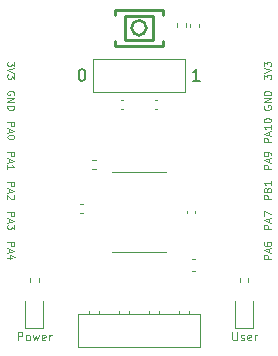
<source format=gbr>
%TF.GenerationSoftware,KiCad,Pcbnew,9.0.5*%
%TF.CreationDate,2025-12-03T12:23:34+01:00*%
%TF.ProjectId,stm32f030f4p6-board,73746d33-3266-4303-9330-663470362d62,rev?*%
%TF.SameCoordinates,Original*%
%TF.FileFunction,Legend,Top*%
%TF.FilePolarity,Positive*%
%FSLAX46Y46*%
G04 Gerber Fmt 4.6, Leading zero omitted, Abs format (unit mm)*
G04 Created by KiCad (PCBNEW 9.0.5) date 2025-12-03 12:23:34*
%MOMM*%
%LPD*%
G01*
G04 APERTURE LIST*
%ADD10C,0.100000*%
%ADD11C,0.150000*%
%ADD12C,0.120000*%
%ADD13C,0.254000*%
G04 APERTURE END LIST*
D10*
X108052371Y-70400000D02*
X107452371Y-70400000D01*
X107452371Y-70400000D02*
X107452371Y-70171429D01*
X107452371Y-70171429D02*
X107480942Y-70114286D01*
X107480942Y-70114286D02*
X107509514Y-70085715D01*
X107509514Y-70085715D02*
X107566657Y-70057143D01*
X107566657Y-70057143D02*
X107652371Y-70057143D01*
X107652371Y-70057143D02*
X107709514Y-70085715D01*
X107709514Y-70085715D02*
X107738085Y-70114286D01*
X107738085Y-70114286D02*
X107766657Y-70171429D01*
X107766657Y-70171429D02*
X107766657Y-70400000D01*
X107880942Y-69828572D02*
X107880942Y-69542858D01*
X108052371Y-69885715D02*
X107452371Y-69685715D01*
X107452371Y-69685715D02*
X108052371Y-69485715D01*
X107452371Y-69342857D02*
X107452371Y-68942857D01*
X107452371Y-68942857D02*
X108052371Y-69200000D01*
X85727628Y-63920000D02*
X86327628Y-63920000D01*
X86327628Y-63920000D02*
X86327628Y-64148571D01*
X86327628Y-64148571D02*
X86299057Y-64205714D01*
X86299057Y-64205714D02*
X86270485Y-64234285D01*
X86270485Y-64234285D02*
X86213342Y-64262857D01*
X86213342Y-64262857D02*
X86127628Y-64262857D01*
X86127628Y-64262857D02*
X86070485Y-64234285D01*
X86070485Y-64234285D02*
X86041914Y-64205714D01*
X86041914Y-64205714D02*
X86013342Y-64148571D01*
X86013342Y-64148571D02*
X86013342Y-63920000D01*
X85899057Y-64491428D02*
X85899057Y-64777143D01*
X85727628Y-64434285D02*
X86327628Y-64634285D01*
X86327628Y-64634285D02*
X85727628Y-64834285D01*
X85727628Y-65348571D02*
X85727628Y-65005714D01*
X85727628Y-65177143D02*
X86327628Y-65177143D01*
X86327628Y-65177143D02*
X86241914Y-65120000D01*
X86241914Y-65120000D02*
X86184771Y-65062857D01*
X86184771Y-65062857D02*
X86156200Y-65005714D01*
X85727628Y-61380000D02*
X86327628Y-61380000D01*
X86327628Y-61380000D02*
X86327628Y-61608571D01*
X86327628Y-61608571D02*
X86299057Y-61665714D01*
X86299057Y-61665714D02*
X86270485Y-61694285D01*
X86270485Y-61694285D02*
X86213342Y-61722857D01*
X86213342Y-61722857D02*
X86127628Y-61722857D01*
X86127628Y-61722857D02*
X86070485Y-61694285D01*
X86070485Y-61694285D02*
X86041914Y-61665714D01*
X86041914Y-61665714D02*
X86013342Y-61608571D01*
X86013342Y-61608571D02*
X86013342Y-61380000D01*
X85899057Y-61951428D02*
X85899057Y-62237143D01*
X85727628Y-61894285D02*
X86327628Y-62094285D01*
X86327628Y-62094285D02*
X85727628Y-62294285D01*
X86327628Y-62608571D02*
X86327628Y-62665714D01*
X86327628Y-62665714D02*
X86299057Y-62722857D01*
X86299057Y-62722857D02*
X86270485Y-62751429D01*
X86270485Y-62751429D02*
X86213342Y-62780000D01*
X86213342Y-62780000D02*
X86099057Y-62808571D01*
X86099057Y-62808571D02*
X85956200Y-62808571D01*
X85956200Y-62808571D02*
X85841914Y-62780000D01*
X85841914Y-62780000D02*
X85784771Y-62751429D01*
X85784771Y-62751429D02*
X85756200Y-62722857D01*
X85756200Y-62722857D02*
X85727628Y-62665714D01*
X85727628Y-62665714D02*
X85727628Y-62608571D01*
X85727628Y-62608571D02*
X85756200Y-62551429D01*
X85756200Y-62551429D02*
X85784771Y-62522857D01*
X85784771Y-62522857D02*
X85841914Y-62494286D01*
X85841914Y-62494286D02*
X85956200Y-62465714D01*
X85956200Y-62465714D02*
X86099057Y-62465714D01*
X86099057Y-62465714D02*
X86213342Y-62494286D01*
X86213342Y-62494286D02*
X86270485Y-62522857D01*
X86270485Y-62522857D02*
X86299057Y-62551429D01*
X86299057Y-62551429D02*
X86327628Y-62608571D01*
X108052371Y-72940000D02*
X107452371Y-72940000D01*
X107452371Y-72940000D02*
X107452371Y-72711429D01*
X107452371Y-72711429D02*
X107480942Y-72654286D01*
X107480942Y-72654286D02*
X107509514Y-72625715D01*
X107509514Y-72625715D02*
X107566657Y-72597143D01*
X107566657Y-72597143D02*
X107652371Y-72597143D01*
X107652371Y-72597143D02*
X107709514Y-72625715D01*
X107709514Y-72625715D02*
X107738085Y-72654286D01*
X107738085Y-72654286D02*
X107766657Y-72711429D01*
X107766657Y-72711429D02*
X107766657Y-72940000D01*
X107880942Y-72368572D02*
X107880942Y-72082858D01*
X108052371Y-72425715D02*
X107452371Y-72225715D01*
X107452371Y-72225715D02*
X108052371Y-72025715D01*
X107452371Y-71568572D02*
X107452371Y-71682857D01*
X107452371Y-71682857D02*
X107480942Y-71740000D01*
X107480942Y-71740000D02*
X107509514Y-71768572D01*
X107509514Y-71768572D02*
X107595228Y-71825714D01*
X107595228Y-71825714D02*
X107709514Y-71854286D01*
X107709514Y-71854286D02*
X107938085Y-71854286D01*
X107938085Y-71854286D02*
X107995228Y-71825714D01*
X107995228Y-71825714D02*
X108023800Y-71797143D01*
X108023800Y-71797143D02*
X108052371Y-71740000D01*
X108052371Y-71740000D02*
X108052371Y-71625714D01*
X108052371Y-71625714D02*
X108023800Y-71568572D01*
X108023800Y-71568572D02*
X107995228Y-71540000D01*
X107995228Y-71540000D02*
X107938085Y-71511429D01*
X107938085Y-71511429D02*
X107795228Y-71511429D01*
X107795228Y-71511429D02*
X107738085Y-71540000D01*
X107738085Y-71540000D02*
X107709514Y-71568572D01*
X107709514Y-71568572D02*
X107680942Y-71625714D01*
X107680942Y-71625714D02*
X107680942Y-71740000D01*
X107680942Y-71740000D02*
X107709514Y-71797143D01*
X107709514Y-71797143D02*
X107738085Y-71825714D01*
X107738085Y-71825714D02*
X107795228Y-71854286D01*
D11*
X92002381Y-56883819D02*
X92097619Y-56883819D01*
X92097619Y-56883819D02*
X92192857Y-56931438D01*
X92192857Y-56931438D02*
X92240476Y-56979057D01*
X92240476Y-56979057D02*
X92288095Y-57074295D01*
X92288095Y-57074295D02*
X92335714Y-57264771D01*
X92335714Y-57264771D02*
X92335714Y-57502866D01*
X92335714Y-57502866D02*
X92288095Y-57693342D01*
X92288095Y-57693342D02*
X92240476Y-57788580D01*
X92240476Y-57788580D02*
X92192857Y-57836200D01*
X92192857Y-57836200D02*
X92097619Y-57883819D01*
X92097619Y-57883819D02*
X92002381Y-57883819D01*
X92002381Y-57883819D02*
X91907143Y-57836200D01*
X91907143Y-57836200D02*
X91859524Y-57788580D01*
X91859524Y-57788580D02*
X91811905Y-57693342D01*
X91811905Y-57693342D02*
X91764286Y-57502866D01*
X91764286Y-57502866D02*
X91764286Y-57264771D01*
X91764286Y-57264771D02*
X91811905Y-57074295D01*
X91811905Y-57074295D02*
X91859524Y-56979057D01*
X91859524Y-56979057D02*
X91907143Y-56931438D01*
X91907143Y-56931438D02*
X92002381Y-56883819D01*
D10*
X107480942Y-59997143D02*
X107452371Y-60054286D01*
X107452371Y-60054286D02*
X107452371Y-60140000D01*
X107452371Y-60140000D02*
X107480942Y-60225714D01*
X107480942Y-60225714D02*
X107538085Y-60282857D01*
X107538085Y-60282857D02*
X107595228Y-60311428D01*
X107595228Y-60311428D02*
X107709514Y-60340000D01*
X107709514Y-60340000D02*
X107795228Y-60340000D01*
X107795228Y-60340000D02*
X107909514Y-60311428D01*
X107909514Y-60311428D02*
X107966657Y-60282857D01*
X107966657Y-60282857D02*
X108023800Y-60225714D01*
X108023800Y-60225714D02*
X108052371Y-60140000D01*
X108052371Y-60140000D02*
X108052371Y-60082857D01*
X108052371Y-60082857D02*
X108023800Y-59997143D01*
X108023800Y-59997143D02*
X107995228Y-59968571D01*
X107995228Y-59968571D02*
X107795228Y-59968571D01*
X107795228Y-59968571D02*
X107795228Y-60082857D01*
X108052371Y-59711428D02*
X107452371Y-59711428D01*
X107452371Y-59711428D02*
X108052371Y-59368571D01*
X108052371Y-59368571D02*
X107452371Y-59368571D01*
X108052371Y-59082857D02*
X107452371Y-59082857D01*
X107452371Y-59082857D02*
X107452371Y-58940000D01*
X107452371Y-58940000D02*
X107480942Y-58854286D01*
X107480942Y-58854286D02*
X107538085Y-58797143D01*
X107538085Y-58797143D02*
X107595228Y-58768572D01*
X107595228Y-58768572D02*
X107709514Y-58740000D01*
X107709514Y-58740000D02*
X107795228Y-58740000D01*
X107795228Y-58740000D02*
X107909514Y-58768572D01*
X107909514Y-58768572D02*
X107966657Y-58797143D01*
X107966657Y-58797143D02*
X108023800Y-58854286D01*
X108023800Y-58854286D02*
X108052371Y-58940000D01*
X108052371Y-58940000D02*
X108052371Y-59082857D01*
X86616667Y-79856633D02*
X86616667Y-79156633D01*
X86616667Y-79156633D02*
X86883334Y-79156633D01*
X86883334Y-79156633D02*
X86950001Y-79189966D01*
X86950001Y-79189966D02*
X86983334Y-79223300D01*
X86983334Y-79223300D02*
X87016667Y-79289966D01*
X87016667Y-79289966D02*
X87016667Y-79389966D01*
X87016667Y-79389966D02*
X86983334Y-79456633D01*
X86983334Y-79456633D02*
X86950001Y-79489966D01*
X86950001Y-79489966D02*
X86883334Y-79523300D01*
X86883334Y-79523300D02*
X86616667Y-79523300D01*
X87416667Y-79856633D02*
X87350001Y-79823300D01*
X87350001Y-79823300D02*
X87316667Y-79789966D01*
X87316667Y-79789966D02*
X87283334Y-79723300D01*
X87283334Y-79723300D02*
X87283334Y-79523300D01*
X87283334Y-79523300D02*
X87316667Y-79456633D01*
X87316667Y-79456633D02*
X87350001Y-79423300D01*
X87350001Y-79423300D02*
X87416667Y-79389966D01*
X87416667Y-79389966D02*
X87516667Y-79389966D01*
X87516667Y-79389966D02*
X87583334Y-79423300D01*
X87583334Y-79423300D02*
X87616667Y-79456633D01*
X87616667Y-79456633D02*
X87650001Y-79523300D01*
X87650001Y-79523300D02*
X87650001Y-79723300D01*
X87650001Y-79723300D02*
X87616667Y-79789966D01*
X87616667Y-79789966D02*
X87583334Y-79823300D01*
X87583334Y-79823300D02*
X87516667Y-79856633D01*
X87516667Y-79856633D02*
X87416667Y-79856633D01*
X87883334Y-79389966D02*
X88016667Y-79856633D01*
X88016667Y-79856633D02*
X88150000Y-79523300D01*
X88150000Y-79523300D02*
X88283334Y-79856633D01*
X88283334Y-79856633D02*
X88416667Y-79389966D01*
X88950000Y-79823300D02*
X88883333Y-79856633D01*
X88883333Y-79856633D02*
X88750000Y-79856633D01*
X88750000Y-79856633D02*
X88683333Y-79823300D01*
X88683333Y-79823300D02*
X88650000Y-79756633D01*
X88650000Y-79756633D02*
X88650000Y-79489966D01*
X88650000Y-79489966D02*
X88683333Y-79423300D01*
X88683333Y-79423300D02*
X88750000Y-79389966D01*
X88750000Y-79389966D02*
X88883333Y-79389966D01*
X88883333Y-79389966D02*
X88950000Y-79423300D01*
X88950000Y-79423300D02*
X88983333Y-79489966D01*
X88983333Y-79489966D02*
X88983333Y-79556633D01*
X88983333Y-79556633D02*
X88650000Y-79623300D01*
X89283333Y-79856633D02*
X89283333Y-79389966D01*
X89283333Y-79523300D02*
X89316667Y-79456633D01*
X89316667Y-79456633D02*
X89350000Y-79423300D01*
X89350000Y-79423300D02*
X89416667Y-79389966D01*
X89416667Y-79389966D02*
X89483333Y-79389966D01*
X108052371Y-63065714D02*
X107452371Y-63065714D01*
X107452371Y-63065714D02*
X107452371Y-62837143D01*
X107452371Y-62837143D02*
X107480942Y-62780000D01*
X107480942Y-62780000D02*
X107509514Y-62751429D01*
X107509514Y-62751429D02*
X107566657Y-62722857D01*
X107566657Y-62722857D02*
X107652371Y-62722857D01*
X107652371Y-62722857D02*
X107709514Y-62751429D01*
X107709514Y-62751429D02*
X107738085Y-62780000D01*
X107738085Y-62780000D02*
X107766657Y-62837143D01*
X107766657Y-62837143D02*
X107766657Y-63065714D01*
X107880942Y-62494286D02*
X107880942Y-62208572D01*
X108052371Y-62551429D02*
X107452371Y-62351429D01*
X107452371Y-62351429D02*
X108052371Y-62151429D01*
X108052371Y-61637143D02*
X108052371Y-61980000D01*
X108052371Y-61808571D02*
X107452371Y-61808571D01*
X107452371Y-61808571D02*
X107538085Y-61865714D01*
X107538085Y-61865714D02*
X107595228Y-61922857D01*
X107595228Y-61922857D02*
X107623800Y-61980000D01*
X107452371Y-61265714D02*
X107452371Y-61208571D01*
X107452371Y-61208571D02*
X107480942Y-61151428D01*
X107480942Y-61151428D02*
X107509514Y-61122857D01*
X107509514Y-61122857D02*
X107566657Y-61094285D01*
X107566657Y-61094285D02*
X107680942Y-61065714D01*
X107680942Y-61065714D02*
X107823800Y-61065714D01*
X107823800Y-61065714D02*
X107938085Y-61094285D01*
X107938085Y-61094285D02*
X107995228Y-61122857D01*
X107995228Y-61122857D02*
X108023800Y-61151428D01*
X108023800Y-61151428D02*
X108052371Y-61208571D01*
X108052371Y-61208571D02*
X108052371Y-61265714D01*
X108052371Y-61265714D02*
X108023800Y-61322857D01*
X108023800Y-61322857D02*
X107995228Y-61351428D01*
X107995228Y-61351428D02*
X107938085Y-61379999D01*
X107938085Y-61379999D02*
X107823800Y-61408571D01*
X107823800Y-61408571D02*
X107680942Y-61408571D01*
X107680942Y-61408571D02*
X107566657Y-61379999D01*
X107566657Y-61379999D02*
X107509514Y-61351428D01*
X107509514Y-61351428D02*
X107480942Y-61322857D01*
X107480942Y-61322857D02*
X107452371Y-61265714D01*
X86299057Y-59082857D02*
X86327628Y-59025715D01*
X86327628Y-59025715D02*
X86327628Y-58940000D01*
X86327628Y-58940000D02*
X86299057Y-58854286D01*
X86299057Y-58854286D02*
X86241914Y-58797143D01*
X86241914Y-58797143D02*
X86184771Y-58768572D01*
X86184771Y-58768572D02*
X86070485Y-58740000D01*
X86070485Y-58740000D02*
X85984771Y-58740000D01*
X85984771Y-58740000D02*
X85870485Y-58768572D01*
X85870485Y-58768572D02*
X85813342Y-58797143D01*
X85813342Y-58797143D02*
X85756200Y-58854286D01*
X85756200Y-58854286D02*
X85727628Y-58940000D01*
X85727628Y-58940000D02*
X85727628Y-58997143D01*
X85727628Y-58997143D02*
X85756200Y-59082857D01*
X85756200Y-59082857D02*
X85784771Y-59111429D01*
X85784771Y-59111429D02*
X85984771Y-59111429D01*
X85984771Y-59111429D02*
X85984771Y-58997143D01*
X85727628Y-59368572D02*
X86327628Y-59368572D01*
X86327628Y-59368572D02*
X85727628Y-59711429D01*
X85727628Y-59711429D02*
X86327628Y-59711429D01*
X85727628Y-59997143D02*
X86327628Y-59997143D01*
X86327628Y-59997143D02*
X86327628Y-60140000D01*
X86327628Y-60140000D02*
X86299057Y-60225714D01*
X86299057Y-60225714D02*
X86241914Y-60282857D01*
X86241914Y-60282857D02*
X86184771Y-60311428D01*
X86184771Y-60311428D02*
X86070485Y-60340000D01*
X86070485Y-60340000D02*
X85984771Y-60340000D01*
X85984771Y-60340000D02*
X85870485Y-60311428D01*
X85870485Y-60311428D02*
X85813342Y-60282857D01*
X85813342Y-60282857D02*
X85756200Y-60225714D01*
X85756200Y-60225714D02*
X85727628Y-60140000D01*
X85727628Y-60140000D02*
X85727628Y-59997143D01*
X104780000Y-79156633D02*
X104780000Y-79723300D01*
X104780000Y-79723300D02*
X104813334Y-79789966D01*
X104813334Y-79789966D02*
X104846667Y-79823300D01*
X104846667Y-79823300D02*
X104913334Y-79856633D01*
X104913334Y-79856633D02*
X105046667Y-79856633D01*
X105046667Y-79856633D02*
X105113334Y-79823300D01*
X105113334Y-79823300D02*
X105146667Y-79789966D01*
X105146667Y-79789966D02*
X105180000Y-79723300D01*
X105180000Y-79723300D02*
X105180000Y-79156633D01*
X105480000Y-79823300D02*
X105546667Y-79856633D01*
X105546667Y-79856633D02*
X105680000Y-79856633D01*
X105680000Y-79856633D02*
X105746667Y-79823300D01*
X105746667Y-79823300D02*
X105780000Y-79756633D01*
X105780000Y-79756633D02*
X105780000Y-79723300D01*
X105780000Y-79723300D02*
X105746667Y-79656633D01*
X105746667Y-79656633D02*
X105680000Y-79623300D01*
X105680000Y-79623300D02*
X105580000Y-79623300D01*
X105580000Y-79623300D02*
X105513333Y-79589966D01*
X105513333Y-79589966D02*
X105480000Y-79523300D01*
X105480000Y-79523300D02*
X105480000Y-79489966D01*
X105480000Y-79489966D02*
X105513333Y-79423300D01*
X105513333Y-79423300D02*
X105580000Y-79389966D01*
X105580000Y-79389966D02*
X105680000Y-79389966D01*
X105680000Y-79389966D02*
X105746667Y-79423300D01*
X106346667Y-79823300D02*
X106280000Y-79856633D01*
X106280000Y-79856633D02*
X106146667Y-79856633D01*
X106146667Y-79856633D02*
X106080000Y-79823300D01*
X106080000Y-79823300D02*
X106046667Y-79756633D01*
X106046667Y-79756633D02*
X106046667Y-79489966D01*
X106046667Y-79489966D02*
X106080000Y-79423300D01*
X106080000Y-79423300D02*
X106146667Y-79389966D01*
X106146667Y-79389966D02*
X106280000Y-79389966D01*
X106280000Y-79389966D02*
X106346667Y-79423300D01*
X106346667Y-79423300D02*
X106380000Y-79489966D01*
X106380000Y-79489966D02*
X106380000Y-79556633D01*
X106380000Y-79556633D02*
X106046667Y-79623300D01*
X106680000Y-79856633D02*
X106680000Y-79389966D01*
X106680000Y-79523300D02*
X106713334Y-79456633D01*
X106713334Y-79456633D02*
X106746667Y-79423300D01*
X106746667Y-79423300D02*
X106813334Y-79389966D01*
X106813334Y-79389966D02*
X106880000Y-79389966D01*
D11*
X102015714Y-57883819D02*
X101444286Y-57883819D01*
X101730000Y-57883819D02*
X101730000Y-56883819D01*
X101730000Y-56883819D02*
X101634762Y-57026676D01*
X101634762Y-57026676D02*
X101539524Y-57121914D01*
X101539524Y-57121914D02*
X101444286Y-57169533D01*
D10*
X108052371Y-67902857D02*
X107452371Y-67902857D01*
X107452371Y-67902857D02*
X107452371Y-67674286D01*
X107452371Y-67674286D02*
X107480942Y-67617143D01*
X107480942Y-67617143D02*
X107509514Y-67588572D01*
X107509514Y-67588572D02*
X107566657Y-67560000D01*
X107566657Y-67560000D02*
X107652371Y-67560000D01*
X107652371Y-67560000D02*
X107709514Y-67588572D01*
X107709514Y-67588572D02*
X107738085Y-67617143D01*
X107738085Y-67617143D02*
X107766657Y-67674286D01*
X107766657Y-67674286D02*
X107766657Y-67902857D01*
X107738085Y-67102857D02*
X107766657Y-67017143D01*
X107766657Y-67017143D02*
X107795228Y-66988572D01*
X107795228Y-66988572D02*
X107852371Y-66960000D01*
X107852371Y-66960000D02*
X107938085Y-66960000D01*
X107938085Y-66960000D02*
X107995228Y-66988572D01*
X107995228Y-66988572D02*
X108023800Y-67017143D01*
X108023800Y-67017143D02*
X108052371Y-67074286D01*
X108052371Y-67074286D02*
X108052371Y-67302857D01*
X108052371Y-67302857D02*
X107452371Y-67302857D01*
X107452371Y-67302857D02*
X107452371Y-67102857D01*
X107452371Y-67102857D02*
X107480942Y-67045715D01*
X107480942Y-67045715D02*
X107509514Y-67017143D01*
X107509514Y-67017143D02*
X107566657Y-66988572D01*
X107566657Y-66988572D02*
X107623800Y-66988572D01*
X107623800Y-66988572D02*
X107680942Y-67017143D01*
X107680942Y-67017143D02*
X107709514Y-67045715D01*
X107709514Y-67045715D02*
X107738085Y-67102857D01*
X107738085Y-67102857D02*
X107738085Y-67302857D01*
X108052371Y-66388572D02*
X108052371Y-66731429D01*
X108052371Y-66560000D02*
X107452371Y-66560000D01*
X107452371Y-66560000D02*
X107538085Y-66617143D01*
X107538085Y-66617143D02*
X107595228Y-66674286D01*
X107595228Y-66674286D02*
X107623800Y-66731429D01*
X85727628Y-66460000D02*
X86327628Y-66460000D01*
X86327628Y-66460000D02*
X86327628Y-66688571D01*
X86327628Y-66688571D02*
X86299057Y-66745714D01*
X86299057Y-66745714D02*
X86270485Y-66774285D01*
X86270485Y-66774285D02*
X86213342Y-66802857D01*
X86213342Y-66802857D02*
X86127628Y-66802857D01*
X86127628Y-66802857D02*
X86070485Y-66774285D01*
X86070485Y-66774285D02*
X86041914Y-66745714D01*
X86041914Y-66745714D02*
X86013342Y-66688571D01*
X86013342Y-66688571D02*
X86013342Y-66460000D01*
X85899057Y-67031428D02*
X85899057Y-67317143D01*
X85727628Y-66974285D02*
X86327628Y-67174285D01*
X86327628Y-67174285D02*
X85727628Y-67374285D01*
X86270485Y-67545714D02*
X86299057Y-67574286D01*
X86299057Y-67574286D02*
X86327628Y-67631429D01*
X86327628Y-67631429D02*
X86327628Y-67774286D01*
X86327628Y-67774286D02*
X86299057Y-67831429D01*
X86299057Y-67831429D02*
X86270485Y-67860000D01*
X86270485Y-67860000D02*
X86213342Y-67888571D01*
X86213342Y-67888571D02*
X86156200Y-67888571D01*
X86156200Y-67888571D02*
X86070485Y-67860000D01*
X86070485Y-67860000D02*
X85727628Y-67517143D01*
X85727628Y-67517143D02*
X85727628Y-67888571D01*
X85727628Y-69000000D02*
X86327628Y-69000000D01*
X86327628Y-69000000D02*
X86327628Y-69228571D01*
X86327628Y-69228571D02*
X86299057Y-69285714D01*
X86299057Y-69285714D02*
X86270485Y-69314285D01*
X86270485Y-69314285D02*
X86213342Y-69342857D01*
X86213342Y-69342857D02*
X86127628Y-69342857D01*
X86127628Y-69342857D02*
X86070485Y-69314285D01*
X86070485Y-69314285D02*
X86041914Y-69285714D01*
X86041914Y-69285714D02*
X86013342Y-69228571D01*
X86013342Y-69228571D02*
X86013342Y-69000000D01*
X85899057Y-69571428D02*
X85899057Y-69857143D01*
X85727628Y-69514285D02*
X86327628Y-69714285D01*
X86327628Y-69714285D02*
X85727628Y-69914285D01*
X86327628Y-70057143D02*
X86327628Y-70428571D01*
X86327628Y-70428571D02*
X86099057Y-70228571D01*
X86099057Y-70228571D02*
X86099057Y-70314286D01*
X86099057Y-70314286D02*
X86070485Y-70371429D01*
X86070485Y-70371429D02*
X86041914Y-70400000D01*
X86041914Y-70400000D02*
X85984771Y-70428571D01*
X85984771Y-70428571D02*
X85841914Y-70428571D01*
X85841914Y-70428571D02*
X85784771Y-70400000D01*
X85784771Y-70400000D02*
X85756200Y-70371429D01*
X85756200Y-70371429D02*
X85727628Y-70314286D01*
X85727628Y-70314286D02*
X85727628Y-70142857D01*
X85727628Y-70142857D02*
X85756200Y-70085714D01*
X85756200Y-70085714D02*
X85784771Y-70057143D01*
X85727628Y-71540000D02*
X86327628Y-71540000D01*
X86327628Y-71540000D02*
X86327628Y-71768571D01*
X86327628Y-71768571D02*
X86299057Y-71825714D01*
X86299057Y-71825714D02*
X86270485Y-71854285D01*
X86270485Y-71854285D02*
X86213342Y-71882857D01*
X86213342Y-71882857D02*
X86127628Y-71882857D01*
X86127628Y-71882857D02*
X86070485Y-71854285D01*
X86070485Y-71854285D02*
X86041914Y-71825714D01*
X86041914Y-71825714D02*
X86013342Y-71768571D01*
X86013342Y-71768571D02*
X86013342Y-71540000D01*
X85899057Y-72111428D02*
X85899057Y-72397143D01*
X85727628Y-72054285D02*
X86327628Y-72254285D01*
X86327628Y-72254285D02*
X85727628Y-72454285D01*
X86127628Y-72911429D02*
X85727628Y-72911429D01*
X86356200Y-72768571D02*
X85927628Y-72625714D01*
X85927628Y-72625714D02*
X85927628Y-72997143D01*
X107452371Y-57742857D02*
X107452371Y-57371429D01*
X107452371Y-57371429D02*
X107680942Y-57571429D01*
X107680942Y-57571429D02*
X107680942Y-57485714D01*
X107680942Y-57485714D02*
X107709514Y-57428572D01*
X107709514Y-57428572D02*
X107738085Y-57400000D01*
X107738085Y-57400000D02*
X107795228Y-57371429D01*
X107795228Y-57371429D02*
X107938085Y-57371429D01*
X107938085Y-57371429D02*
X107995228Y-57400000D01*
X107995228Y-57400000D02*
X108023800Y-57428572D01*
X108023800Y-57428572D02*
X108052371Y-57485714D01*
X108052371Y-57485714D02*
X108052371Y-57657143D01*
X108052371Y-57657143D02*
X108023800Y-57714286D01*
X108023800Y-57714286D02*
X107995228Y-57742857D01*
X107452371Y-57200000D02*
X108052371Y-57000000D01*
X108052371Y-57000000D02*
X107452371Y-56800000D01*
X107452371Y-56657142D02*
X107452371Y-56285714D01*
X107452371Y-56285714D02*
X107680942Y-56485714D01*
X107680942Y-56485714D02*
X107680942Y-56399999D01*
X107680942Y-56399999D02*
X107709514Y-56342857D01*
X107709514Y-56342857D02*
X107738085Y-56314285D01*
X107738085Y-56314285D02*
X107795228Y-56285714D01*
X107795228Y-56285714D02*
X107938085Y-56285714D01*
X107938085Y-56285714D02*
X107995228Y-56314285D01*
X107995228Y-56314285D02*
X108023800Y-56342857D01*
X108023800Y-56342857D02*
X108052371Y-56399999D01*
X108052371Y-56399999D02*
X108052371Y-56571428D01*
X108052371Y-56571428D02*
X108023800Y-56628571D01*
X108023800Y-56628571D02*
X107995228Y-56657142D01*
X108052371Y-65320000D02*
X107452371Y-65320000D01*
X107452371Y-65320000D02*
X107452371Y-65091429D01*
X107452371Y-65091429D02*
X107480942Y-65034286D01*
X107480942Y-65034286D02*
X107509514Y-65005715D01*
X107509514Y-65005715D02*
X107566657Y-64977143D01*
X107566657Y-64977143D02*
X107652371Y-64977143D01*
X107652371Y-64977143D02*
X107709514Y-65005715D01*
X107709514Y-65005715D02*
X107738085Y-65034286D01*
X107738085Y-65034286D02*
X107766657Y-65091429D01*
X107766657Y-65091429D02*
X107766657Y-65320000D01*
X107880942Y-64748572D02*
X107880942Y-64462858D01*
X108052371Y-64805715D02*
X107452371Y-64605715D01*
X107452371Y-64605715D02*
X108052371Y-64405715D01*
X108052371Y-64177143D02*
X108052371Y-64062857D01*
X108052371Y-64062857D02*
X108023800Y-64005714D01*
X108023800Y-64005714D02*
X107995228Y-63977143D01*
X107995228Y-63977143D02*
X107909514Y-63920000D01*
X107909514Y-63920000D02*
X107795228Y-63891429D01*
X107795228Y-63891429D02*
X107566657Y-63891429D01*
X107566657Y-63891429D02*
X107509514Y-63920000D01*
X107509514Y-63920000D02*
X107480942Y-63948572D01*
X107480942Y-63948572D02*
X107452371Y-64005714D01*
X107452371Y-64005714D02*
X107452371Y-64120000D01*
X107452371Y-64120000D02*
X107480942Y-64177143D01*
X107480942Y-64177143D02*
X107509514Y-64205714D01*
X107509514Y-64205714D02*
X107566657Y-64234286D01*
X107566657Y-64234286D02*
X107709514Y-64234286D01*
X107709514Y-64234286D02*
X107766657Y-64205714D01*
X107766657Y-64205714D02*
X107795228Y-64177143D01*
X107795228Y-64177143D02*
X107823800Y-64120000D01*
X107823800Y-64120000D02*
X107823800Y-64005714D01*
X107823800Y-64005714D02*
X107795228Y-63948572D01*
X107795228Y-63948572D02*
X107766657Y-63920000D01*
X107766657Y-63920000D02*
X107709514Y-63891429D01*
X86327628Y-56257142D02*
X86327628Y-56628570D01*
X86327628Y-56628570D02*
X86099057Y-56428570D01*
X86099057Y-56428570D02*
X86099057Y-56514285D01*
X86099057Y-56514285D02*
X86070485Y-56571428D01*
X86070485Y-56571428D02*
X86041914Y-56599999D01*
X86041914Y-56599999D02*
X85984771Y-56628570D01*
X85984771Y-56628570D02*
X85841914Y-56628570D01*
X85841914Y-56628570D02*
X85784771Y-56599999D01*
X85784771Y-56599999D02*
X85756200Y-56571428D01*
X85756200Y-56571428D02*
X85727628Y-56514285D01*
X85727628Y-56514285D02*
X85727628Y-56342856D01*
X85727628Y-56342856D02*
X85756200Y-56285713D01*
X85756200Y-56285713D02*
X85784771Y-56257142D01*
X86327628Y-56799999D02*
X85727628Y-56999999D01*
X85727628Y-56999999D02*
X86327628Y-57199999D01*
X86327628Y-57342857D02*
X86327628Y-57714285D01*
X86327628Y-57714285D02*
X86099057Y-57514285D01*
X86099057Y-57514285D02*
X86099057Y-57600000D01*
X86099057Y-57600000D02*
X86070485Y-57657143D01*
X86070485Y-57657143D02*
X86041914Y-57685714D01*
X86041914Y-57685714D02*
X85984771Y-57714285D01*
X85984771Y-57714285D02*
X85841914Y-57714285D01*
X85841914Y-57714285D02*
X85784771Y-57685714D01*
X85784771Y-57685714D02*
X85756200Y-57657143D01*
X85756200Y-57657143D02*
X85727628Y-57600000D01*
X85727628Y-57600000D02*
X85727628Y-57428571D01*
X85727628Y-57428571D02*
X85756200Y-57371428D01*
X85756200Y-57371428D02*
X85784771Y-57342857D01*
D12*
%TO.C,R3*%
X100134000Y-53000359D02*
X100134000Y-53307641D01*
X100894000Y-53000359D02*
X100894000Y-53307641D01*
%TO.C,U1*%
X94580000Y-65621000D02*
X99200000Y-65621000D01*
X99200000Y-72391000D02*
X94580000Y-72391000D01*
%TO.C,C4*%
X92126836Y-68321000D02*
X91911164Y-68321000D01*
X92126836Y-69041000D02*
X91911164Y-69041000D01*
%TO.C,C2*%
X98427836Y-59540000D02*
X98212164Y-59540000D01*
X98427836Y-60260000D02*
X98212164Y-60260000D01*
%TO.C,C1*%
X95352164Y-59540000D02*
X95567836Y-59540000D01*
X95352164Y-60260000D02*
X95567836Y-60260000D01*
%TO.C,C6*%
X101222000Y-53291836D02*
X101222000Y-53076164D01*
X101942000Y-53291836D02*
X101942000Y-53076164D01*
%TO.C,C3*%
X100938000Y-68898164D02*
X100938000Y-69113836D01*
X101658000Y-68898164D02*
X101658000Y-69113836D01*
D13*
%TO.C,SW1*%
X94858000Y-51869000D02*
X98922000Y-51869000D01*
X94858000Y-52312000D02*
X94858000Y-51869000D01*
X94858000Y-54917000D02*
X94858000Y-54474000D01*
X95683500Y-52377000D02*
X98096500Y-52377000D01*
X95683500Y-54409000D02*
X95683500Y-52377000D01*
X98096500Y-52377000D02*
X98096500Y-54409000D01*
X98096500Y-54409000D02*
X95683500Y-54409000D01*
X98922000Y-51869000D02*
X98922000Y-52312000D01*
X98922000Y-54474000D02*
X98922000Y-54917000D01*
X98922000Y-54917000D02*
X94858000Y-54917000D01*
X97509500Y-53395000D02*
G75*
G02*
X96259500Y-53395000I-625000J0D01*
G01*
X96259500Y-53395000D02*
G75*
G02*
X97509500Y-53395000I625000J0D01*
G01*
D12*
%TO.C,J2*%
X92970000Y-56049000D02*
X92970000Y-58809000D01*
X100810000Y-56049000D02*
X92970000Y-56049000D01*
X100810000Y-56049000D02*
X100810000Y-58809000D01*
X100810000Y-58809000D02*
X92970000Y-58809000D01*
%TO.C,R4*%
X87620000Y-74578359D02*
X87620000Y-74885641D01*
X88380000Y-74578359D02*
X88380000Y-74885641D01*
%TO.C,J1*%
X91700000Y-77642000D02*
X91700000Y-80402000D01*
X91700000Y-80402000D02*
X102080000Y-80402000D01*
X92650000Y-77329358D02*
X92650000Y-77642000D01*
X93510000Y-77329358D02*
X93510000Y-77642000D01*
X95190000Y-77329358D02*
X95190000Y-77642000D01*
X96050000Y-77329358D02*
X96050000Y-77642000D01*
X97730000Y-77329358D02*
X97730000Y-77642000D01*
X98590000Y-77329358D02*
X98590000Y-77642000D01*
X100270000Y-77412000D02*
X100270000Y-77642000D01*
X101130000Y-77412000D02*
X101130000Y-77642000D01*
X102080000Y-77642000D02*
X91700000Y-77642000D01*
X102080000Y-80402000D02*
X102080000Y-77642000D01*
%TO.C,R5*%
X105396000Y-74578359D02*
X105396000Y-74885641D01*
X106156000Y-74578359D02*
X106156000Y-74885641D01*
%TO.C,D2*%
X105045000Y-76510500D02*
X105045000Y-78795500D01*
X105045000Y-78795500D02*
X106515000Y-78795500D01*
X106515000Y-78795500D02*
X106515000Y-76510500D01*
%TO.C,R1*%
X92916359Y-64627000D02*
X93223641Y-64627000D01*
X92916359Y-65387000D02*
X93223641Y-65387000D01*
%TO.C,C5*%
X101334420Y-72942000D02*
X101615580Y-72942000D01*
X101334420Y-73962000D02*
X101615580Y-73962000D01*
%TO.C,D1*%
X87265000Y-76510500D02*
X87265000Y-78795500D01*
X87265000Y-78795500D02*
X88735000Y-78795500D01*
X88735000Y-78795500D02*
X88735000Y-76510500D01*
%TD*%
M02*

</source>
